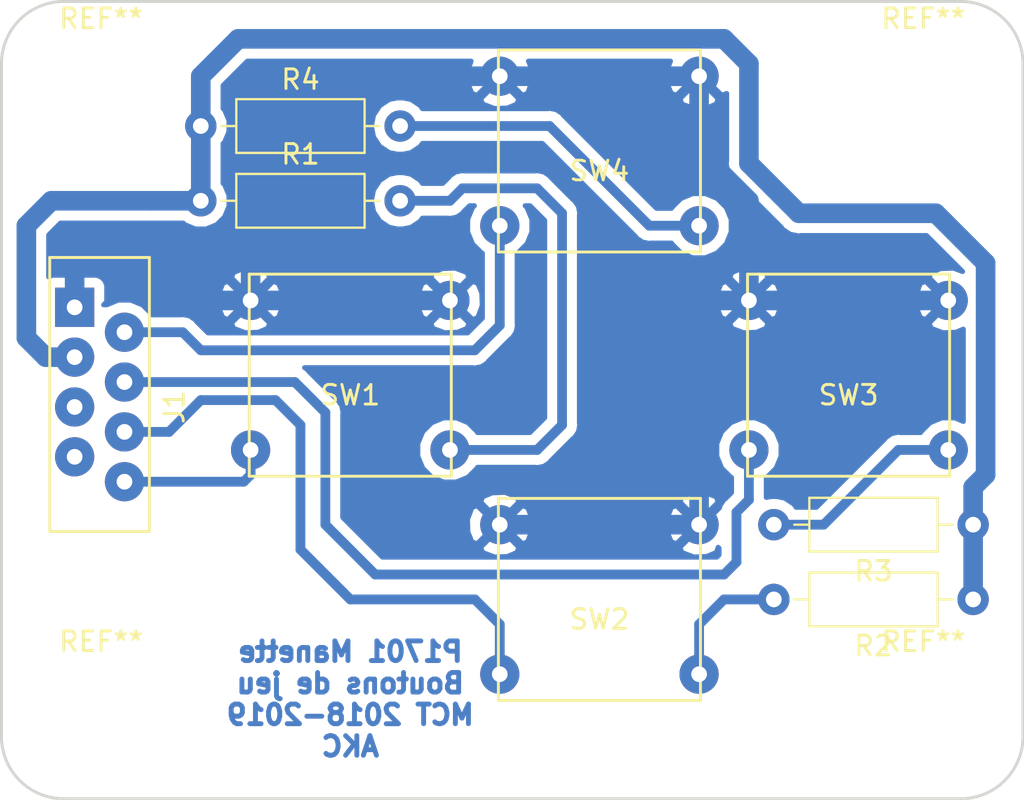
<source format=kicad_pcb>
(kicad_pcb (version 20171130) (host pcbnew "(5.0.0)")

  (general
    (thickness 1.6)
    (drawings 9)
    (tracks 80)
    (zones 0)
    (modules 13)
    (nets 13)
  )

  (page A4)
  (layers
    (0 F.Cu signal)
    (31 B.Cu signal)
    (32 B.Adhes user)
    (33 F.Adhes user)
    (34 B.Paste user)
    (35 F.Paste user)
    (36 B.SilkS user)
    (37 F.SilkS user)
    (38 B.Mask user)
    (39 F.Mask user)
    (40 Dwgs.User user)
    (41 Cmts.User user)
    (42 Eco1.User user)
    (43 Eco2.User user)
    (44 Edge.Cuts user)
    (45 Margin user)
    (46 B.CrtYd user hide)
    (47 F.CrtYd user)
    (48 B.Fab user hide)
    (49 F.Fab user hide)
  )

  (setup
    (last_trace_width 0.25)
    (trace_clearance 0.2)
    (zone_clearance 0.508)
    (zone_45_only no)
    (trace_min 0.2)
    (segment_width 0.2)
    (edge_width 0.15)
    (via_size 0.8)
    (via_drill 0.4)
    (via_min_size 0.4)
    (via_min_drill 0.3)
    (uvia_size 0.3)
    (uvia_drill 0.1)
    (uvias_allowed no)
    (uvia_min_size 0.2)
    (uvia_min_drill 0.1)
    (pcb_text_width 0.3)
    (pcb_text_size 1.5 1.5)
    (mod_edge_width 0.15)
    (mod_text_size 1 1)
    (mod_text_width 0.15)
    (pad_size 2.2 2.2)
    (pad_drill 0.9)
    (pad_to_mask_clearance 0.2)
    (aux_axis_origin 0 0)
    (visible_elements 7FFFFFFF)
    (pcbplotparams
      (layerselection 0x01000_ffffffff)
      (usegerberextensions false)
      (usegerberattributes false)
      (usegerberadvancedattributes false)
      (creategerberjobfile false)
      (excludeedgelayer true)
      (linewidth 0.100000)
      (plotframeref false)
      (viasonmask false)
      (mode 1)
      (useauxorigin false)
      (hpglpennumber 1)
      (hpglpenspeed 20)
      (hpglpendiameter 15.000000)
      (psnegative false)
      (psa4output false)
      (plotreference true)
      (plotvalue true)
      (plotinvisibletext false)
      (padsonsilk false)
      (subtractmaskfromsilk false)
      (outputformat 1)
      (mirror false)
      (drillshape 0)
      (scaleselection 1)
      (outputdirectory ""))
  )

  (net 0 "")
  (net 1 GND)
  (net 2 "Net-(R1-Pad2)")
  (net 3 "Net-(R2-Pad2)")
  (net 4 "Net-(R3-Pad2)")
  (net 5 "Net-(R4-Pad2)")
  (net 6 Vcc_LED)
  (net 7 "Net-(J1-Pad5)")
  (net 8 "Net-(J1-Pad7)")
  (net 9 Bouton_Haut)
  (net 10 Bouton_Droite)
  (net 11 Bouton_Bas)
  (net 12 Bouton_Gauche)

  (net_class Default "Ceci est la Netclass par défaut."
    (clearance 0.2)
    (trace_width 0.25)
    (via_dia 0.8)
    (via_drill 0.4)
    (uvia_dia 0.3)
    (uvia_drill 0.1)
    (add_net Bouton_Bas)
    (add_net Bouton_Droite)
    (add_net Bouton_Gauche)
    (add_net Bouton_Haut)
    (add_net GND)
    (add_net "Net-(J1-Pad5)")
    (add_net "Net-(J1-Pad7)")
    (add_net "Net-(R1-Pad2)")
    (add_net "Net-(R2-Pad2)")
    (add_net "Net-(R3-Pad2)")
    (add_net "Net-(R4-Pad2)")
    (add_net Vcc_LED)
  )

  (module MountingHole:MountingHole_3.2mm_M3 (layer F.Cu) (tedit 56D1B4CB) (tstamp 5CD8C9AB)
    (at 132.08 105.41)
    (descr "Mounting Hole 3.2mm, no annular, M3")
    (tags "mounting hole 3.2mm no annular m3")
    (attr virtual)
    (fp_text reference REF** (at 0 -4.2) (layer F.SilkS)
      (effects (font (size 1 1) (thickness 0.15)))
    )
    (fp_text value MountingHole_3.2mm_M3 (at 0 4.2) (layer F.Fab)
      (effects (font (size 1 1) (thickness 0.15)))
    )
    (fp_text user %R (at 0.3 0) (layer F.Fab)
      (effects (font (size 1 1) (thickness 0.15)))
    )
    (fp_circle (center 0 0) (end 3.2 0) (layer Cmts.User) (width 0.15))
    (fp_circle (center 0 0) (end 3.45 0) (layer F.CrtYd) (width 0.05))
    (pad 1 np_thru_hole circle (at 0 0) (size 3.2 3.2) (drill 3.2) (layers *.Cu *.Mask))
  )

  (module MountingHole:MountingHole_3.2mm_M3 (layer F.Cu) (tedit 56D1B4CB) (tstamp 5CD8C9AB)
    (at 173.99 105.41)
    (descr "Mounting Hole 3.2mm, no annular, M3")
    (tags "mounting hole 3.2mm no annular m3")
    (attr virtual)
    (fp_text reference REF** (at 0 -4.2) (layer F.SilkS)
      (effects (font (size 1 1) (thickness 0.15)))
    )
    (fp_text value MountingHole_3.2mm_M3 (at 0 4.2) (layer F.Fab)
      (effects (font (size 1 1) (thickness 0.15)))
    )
    (fp_text user %R (at 0.3 0) (layer F.Fab)
      (effects (font (size 1 1) (thickness 0.15)))
    )
    (fp_circle (center 0 0) (end 3.2 0) (layer Cmts.User) (width 0.15))
    (fp_circle (center 0 0) (end 3.45 0) (layer F.CrtYd) (width 0.05))
    (pad 1 np_thru_hole circle (at 0 0) (size 3.2 3.2) (drill 3.2) (layers *.Cu *.Mask))
  )

  (module MountingHole:MountingHole_3.2mm_M3 (layer F.Cu) (tedit 56D1B4CB) (tstamp 5CD8C9AB)
    (at 132.08 73.66)
    (descr "Mounting Hole 3.2mm, no annular, M3")
    (tags "mounting hole 3.2mm no annular m3")
    (attr virtual)
    (fp_text reference REF** (at 0 -4.2) (layer F.SilkS)
      (effects (font (size 1 1) (thickness 0.15)))
    )
    (fp_text value MountingHole_3.2mm_M3 (at 0 4.2) (layer F.Fab)
      (effects (font (size 1 1) (thickness 0.15)))
    )
    (fp_text user %R (at 0.3 0) (layer F.Fab)
      (effects (font (size 1 1) (thickness 0.15)))
    )
    (fp_circle (center 0 0) (end 3.2 0) (layer Cmts.User) (width 0.15))
    (fp_circle (center 0 0) (end 3.45 0) (layer F.CrtYd) (width 0.05))
    (pad 1 np_thru_hole circle (at 0 0) (size 3.2 3.2) (drill 3.2) (layers *.Cu *.Mask))
  )

  (module Resistor_THT:R_Axial_DIN0207_L6.3mm_D2.5mm_P10.16mm_Horizontal (layer F.Cu) (tedit 5AE5139B) (tstamp 5CCC0B52)
    (at 137.16 78.74)
    (descr "Resistor, Axial_DIN0207 series, Axial, Horizontal, pin pitch=10.16mm, 0.25W = 1/4W, length*diameter=6.3*2.5mm^2, http://cdn-reichelt.de/documents/datenblatt/B400/1_4W%23YAG.pdf")
    (tags "Resistor Axial_DIN0207 series Axial Horizontal pin pitch 10.16mm 0.25W = 1/4W length 6.3mm diameter 2.5mm")
    (path /5CC91A3A)
    (fp_text reference R1 (at 5.08 -2.37) (layer F.SilkS)
      (effects (font (size 1 1) (thickness 0.15)))
    )
    (fp_text value R (at 5.08 2.37) (layer F.Fab)
      (effects (font (size 1 1) (thickness 0.15)))
    )
    (fp_line (start 1.93 -1.25) (end 1.93 1.25) (layer F.Fab) (width 0.1))
    (fp_line (start 1.93 1.25) (end 8.23 1.25) (layer F.Fab) (width 0.1))
    (fp_line (start 8.23 1.25) (end 8.23 -1.25) (layer F.Fab) (width 0.1))
    (fp_line (start 8.23 -1.25) (end 1.93 -1.25) (layer F.Fab) (width 0.1))
    (fp_line (start 0 0) (end 1.93 0) (layer F.Fab) (width 0.1))
    (fp_line (start 10.16 0) (end 8.23 0) (layer F.Fab) (width 0.1))
    (fp_line (start 1.81 -1.37) (end 1.81 1.37) (layer F.SilkS) (width 0.12))
    (fp_line (start 1.81 1.37) (end 8.35 1.37) (layer F.SilkS) (width 0.12))
    (fp_line (start 8.35 1.37) (end 8.35 -1.37) (layer F.SilkS) (width 0.12))
    (fp_line (start 8.35 -1.37) (end 1.81 -1.37) (layer F.SilkS) (width 0.12))
    (fp_line (start 1.04 0) (end 1.81 0) (layer F.SilkS) (width 0.12))
    (fp_line (start 9.12 0) (end 8.35 0) (layer F.SilkS) (width 0.12))
    (fp_line (start -1.05 -1.5) (end -1.05 1.5) (layer F.CrtYd) (width 0.05))
    (fp_line (start -1.05 1.5) (end 11.21 1.5) (layer F.CrtYd) (width 0.05))
    (fp_line (start 11.21 1.5) (end 11.21 -1.5) (layer F.CrtYd) (width 0.05))
    (fp_line (start 11.21 -1.5) (end -1.05 -1.5) (layer F.CrtYd) (width 0.05))
    (fp_text user %R (at 5.08 0) (layer F.Fab)
      (effects (font (size 1 1) (thickness 0.15)))
    )
    (pad 1 thru_hole circle (at 0 0) (size 1.6 1.6) (drill 0.8) (layers *.Cu *.Mask)
      (net 6 Vcc_LED))
    (pad 2 thru_hole oval (at 10.16 0) (size 1.6 1.6) (drill 0.8) (layers *.Cu *.Mask)
      (net 2 "Net-(R1-Pad2)"))
    (model ${KISYS3DMOD}/Resistor_THT.3dshapes/R_Axial_DIN0207_L6.3mm_D2.5mm_P10.16mm_Horizontal.wrl
      (at (xyz 0 0 0))
      (scale (xyz 1 1 1))
      (rotate (xyz 0 0 0))
    )
  )

  (module Resistor_THT:R_Axial_DIN0207_L6.3mm_D2.5mm_P10.16mm_Horizontal (layer F.Cu) (tedit 5AE5139B) (tstamp 5CCC0B69)
    (at 176.53 99.06 180)
    (descr "Resistor, Axial_DIN0207 series, Axial, Horizontal, pin pitch=10.16mm, 0.25W = 1/4W, length*diameter=6.3*2.5mm^2, http://cdn-reichelt.de/documents/datenblatt/B400/1_4W%23YAG.pdf")
    (tags "Resistor Axial_DIN0207 series Axial Horizontal pin pitch 10.16mm 0.25W = 1/4W length 6.3mm diameter 2.5mm")
    (path /5CC91B1E)
    (fp_text reference R2 (at 5.08 -2.37 180) (layer F.SilkS)
      (effects (font (size 1 1) (thickness 0.15)))
    )
    (fp_text value R (at 5.08 2.37 180) (layer F.Fab)
      (effects (font (size 1 1) (thickness 0.15)))
    )
    (fp_text user %R (at 5.274999 0.504999 180) (layer F.Fab)
      (effects (font (size 1 1) (thickness 0.15)))
    )
    (fp_line (start 11.21 -1.5) (end -1.05 -1.5) (layer F.CrtYd) (width 0.05))
    (fp_line (start 11.21 1.5) (end 11.21 -1.5) (layer F.CrtYd) (width 0.05))
    (fp_line (start -1.05 1.5) (end 11.21 1.5) (layer F.CrtYd) (width 0.05))
    (fp_line (start -1.05 -1.5) (end -1.05 1.5) (layer F.CrtYd) (width 0.05))
    (fp_line (start 9.12 0) (end 8.35 0) (layer F.SilkS) (width 0.12))
    (fp_line (start 1.04 0) (end 1.81 0) (layer F.SilkS) (width 0.12))
    (fp_line (start 8.35 -1.37) (end 1.81 -1.37) (layer F.SilkS) (width 0.12))
    (fp_line (start 8.35 1.37) (end 8.35 -1.37) (layer F.SilkS) (width 0.12))
    (fp_line (start 1.81 1.37) (end 8.35 1.37) (layer F.SilkS) (width 0.12))
    (fp_line (start 1.81 -1.37) (end 1.81 1.37) (layer F.SilkS) (width 0.12))
    (fp_line (start 10.16 0) (end 8.23 0) (layer F.Fab) (width 0.1))
    (fp_line (start 0 0) (end 1.93 0) (layer F.Fab) (width 0.1))
    (fp_line (start 8.23 -1.25) (end 1.93 -1.25) (layer F.Fab) (width 0.1))
    (fp_line (start 8.23 1.25) (end 8.23 -1.25) (layer F.Fab) (width 0.1))
    (fp_line (start 1.93 1.25) (end 8.23 1.25) (layer F.Fab) (width 0.1))
    (fp_line (start 1.93 -1.25) (end 1.93 1.25) (layer F.Fab) (width 0.1))
    (pad 2 thru_hole oval (at 10.16 0 180) (size 1.6 1.6) (drill 0.8) (layers *.Cu *.Mask)
      (net 3 "Net-(R2-Pad2)"))
    (pad 1 thru_hole circle (at 0 0 180) (size 1.6 1.6) (drill 0.8) (layers *.Cu *.Mask)
      (net 6 Vcc_LED))
    (model ${KISYS3DMOD}/Resistor_THT.3dshapes/R_Axial_DIN0207_L6.3mm_D2.5mm_P10.16mm_Horizontal.wrl
      (at (xyz 0 0 0))
      (scale (xyz 1 1 1))
      (rotate (xyz 0 0 0))
    )
  )

  (module Resistor_THT:R_Axial_DIN0207_L6.3mm_D2.5mm_P10.16mm_Horizontal (layer F.Cu) (tedit 5AE5139B) (tstamp 5CCC0B80)
    (at 176.53 95.25 180)
    (descr "Resistor, Axial_DIN0207 series, Axial, Horizontal, pin pitch=10.16mm, 0.25W = 1/4W, length*diameter=6.3*2.5mm^2, http://cdn-reichelt.de/documents/datenblatt/B400/1_4W%23YAG.pdf")
    (tags "Resistor Axial_DIN0207 series Axial Horizontal pin pitch 10.16mm 0.25W = 1/4W length 6.3mm diameter 2.5mm")
    (path /5CC91BD0)
    (fp_text reference R3 (at 5.08 -2.37 180) (layer F.SilkS)
      (effects (font (size 1 1) (thickness 0.15)))
    )
    (fp_text value R (at 5.08 2.37 180) (layer F.Fab)
      (effects (font (size 1 1) (thickness 0.15)))
    )
    (fp_line (start 1.93 -1.25) (end 1.93 1.25) (layer F.Fab) (width 0.1))
    (fp_line (start 1.93 1.25) (end 8.23 1.25) (layer F.Fab) (width 0.1))
    (fp_line (start 8.23 1.25) (end 8.23 -1.25) (layer F.Fab) (width 0.1))
    (fp_line (start 8.23 -1.25) (end 1.93 -1.25) (layer F.Fab) (width 0.1))
    (fp_line (start 0 0) (end 1.93 0) (layer F.Fab) (width 0.1))
    (fp_line (start 10.16 0) (end 8.23 0) (layer F.Fab) (width 0.1))
    (fp_line (start 1.81 -1.37) (end 1.81 1.37) (layer F.SilkS) (width 0.12))
    (fp_line (start 1.81 1.37) (end 8.35 1.37) (layer F.SilkS) (width 0.12))
    (fp_line (start 8.35 1.37) (end 8.35 -1.37) (layer F.SilkS) (width 0.12))
    (fp_line (start 8.35 -1.37) (end 1.81 -1.37) (layer F.SilkS) (width 0.12))
    (fp_line (start 1.04 0) (end 1.81 0) (layer F.SilkS) (width 0.12))
    (fp_line (start 9.12 0) (end 8.35 0) (layer F.SilkS) (width 0.12))
    (fp_line (start -1.05 -1.5) (end -1.05 1.5) (layer F.CrtYd) (width 0.05))
    (fp_line (start -1.05 1.5) (end 11.21 1.5) (layer F.CrtYd) (width 0.05))
    (fp_line (start 11.21 1.5) (end 11.21 -1.5) (layer F.CrtYd) (width 0.05))
    (fp_line (start 11.21 -1.5) (end -1.05 -1.5) (layer F.CrtYd) (width 0.05))
    (fp_text user %R (at 5.08 0 180) (layer F.Fab)
      (effects (font (size 1 1) (thickness 0.15)))
    )
    (pad 1 thru_hole circle (at 0 0 180) (size 1.6 1.6) (drill 0.8) (layers *.Cu *.Mask)
      (net 6 Vcc_LED))
    (pad 2 thru_hole oval (at 10.16 0 180) (size 1.6 1.6) (drill 0.8) (layers *.Cu *.Mask)
      (net 4 "Net-(R3-Pad2)"))
    (model ${KISYS3DMOD}/Resistor_THT.3dshapes/R_Axial_DIN0207_L6.3mm_D2.5mm_P10.16mm_Horizontal.wrl
      (at (xyz 0 0 0))
      (scale (xyz 1 1 1))
      (rotate (xyz 0 0 0))
    )
  )

  (module Resistor_THT:R_Axial_DIN0207_L6.3mm_D2.5mm_P10.16mm_Horizontal (layer F.Cu) (tedit 5AE5139B) (tstamp 5CCC0B97)
    (at 137.16 74.93)
    (descr "Resistor, Axial_DIN0207 series, Axial, Horizontal, pin pitch=10.16mm, 0.25W = 1/4W, length*diameter=6.3*2.5mm^2, http://cdn-reichelt.de/documents/datenblatt/B400/1_4W%23YAG.pdf")
    (tags "Resistor Axial_DIN0207 series Axial Horizontal pin pitch 10.16mm 0.25W = 1/4W length 6.3mm diameter 2.5mm")
    (path /5CC91C85)
    (fp_text reference R4 (at 5.08 -2.37) (layer F.SilkS)
      (effects (font (size 1 1) (thickness 0.15)))
    )
    (fp_text value R (at 5.08 2.37) (layer F.Fab)
      (effects (font (size 1 1) (thickness 0.15)))
    )
    (fp_text user %R (at 5.08 0) (layer F.Fab)
      (effects (font (size 1 1) (thickness 0.15)))
    )
    (fp_line (start 11.21 -1.5) (end -1.05 -1.5) (layer F.CrtYd) (width 0.05))
    (fp_line (start 11.21 1.5) (end 11.21 -1.5) (layer F.CrtYd) (width 0.05))
    (fp_line (start -1.05 1.5) (end 11.21 1.5) (layer F.CrtYd) (width 0.05))
    (fp_line (start -1.05 -1.5) (end -1.05 1.5) (layer F.CrtYd) (width 0.05))
    (fp_line (start 9.12 0) (end 8.35 0) (layer F.SilkS) (width 0.12))
    (fp_line (start 1.04 0) (end 1.81 0) (layer F.SilkS) (width 0.12))
    (fp_line (start 8.35 -1.37) (end 1.81 -1.37) (layer F.SilkS) (width 0.12))
    (fp_line (start 8.35 1.37) (end 8.35 -1.37) (layer F.SilkS) (width 0.12))
    (fp_line (start 1.81 1.37) (end 8.35 1.37) (layer F.SilkS) (width 0.12))
    (fp_line (start 1.81 -1.37) (end 1.81 1.37) (layer F.SilkS) (width 0.12))
    (fp_line (start 10.16 0) (end 8.23 0) (layer F.Fab) (width 0.1))
    (fp_line (start 0 0) (end 1.93 0) (layer F.Fab) (width 0.1))
    (fp_line (start 8.23 -1.25) (end 1.93 -1.25) (layer F.Fab) (width 0.1))
    (fp_line (start 8.23 1.25) (end 8.23 -1.25) (layer F.Fab) (width 0.1))
    (fp_line (start 1.93 1.25) (end 8.23 1.25) (layer F.Fab) (width 0.1))
    (fp_line (start 1.93 -1.25) (end 1.93 1.25) (layer F.Fab) (width 0.1))
    (pad 2 thru_hole oval (at 10.16 0) (size 1.6 1.6) (drill 0.8) (layers *.Cu *.Mask)
      (net 5 "Net-(R4-Pad2)"))
    (pad 1 thru_hole circle (at 0 0) (size 1.6 1.6) (drill 0.8) (layers *.Cu *.Mask)
      (net 6 Vcc_LED))
    (model ${KISYS3DMOD}/Resistor_THT.3dshapes/R_Axial_DIN0207_L6.3mm_D2.5mm_P10.16mm_Horizontal.wrl
      (at (xyz 0 0 0))
      (scale (xyz 1 1 1))
      (rotate (xyz 0 0 0))
    )
  )

  (module Button_Switch_THT:Bouton_MEC (layer F.Cu) (tedit 5CC6DCB1) (tstamp 5CCC0BA3)
    (at 144.78 87.63)
    (path /5CC90DC1)
    (fp_text reference SW1 (at 0 1.016) (layer F.SilkS)
      (effects (font (size 1 1) (thickness 0.15)))
    )
    (fp_text value Bouton_1 (at 0 -0.508) (layer F.Fab)
      (effects (font (size 1 1) (thickness 0.15)))
    )
    (fp_line (start -5.15 5.15) (end 5.15 5.15) (layer F.SilkS) (width 0.15))
    (fp_line (start 5.15 -5.15) (end -5.15 -5.15) (layer F.SilkS) (width 0.15))
    (fp_line (start 5.15 5.15) (end 5.15 -5.15) (layer F.SilkS) (width 0.15))
    (fp_line (start -5.15 -5.15) (end -5.15 5.15) (layer F.SilkS) (width 0.15))
    (pad 1 thru_hole circle (at 5.08 -3.81) (size 2 2) (drill 0.8) (layers *.Cu *.Mask)
      (net 1 GND))
    (pad 2 thru_hole circle (at -5.08 -3.81) (size 2 2) (drill 0.8) (layers *.Cu *.Mask)
      (net 1 GND))
    (pad 3 thru_hole circle (at 5.08 3.81) (size 2 2) (drill 0.8) (layers *.Cu *.Mask)
      (net 2 "Net-(R1-Pad2)"))
    (pad 4 thru_hole circle (at -5.08 3.81) (size 2 2) (drill 0.8) (layers *.Cu *.Mask)
      (net 12 Bouton_Gauche))
  )

  (module Button_Switch_THT:Bouton_MEC (layer F.Cu) (tedit 5CC6DCB1) (tstamp 5CCC0BAF)
    (at 157.48 99.06)
    (path /5CC90E5A)
    (fp_text reference SW2 (at 0 1.016) (layer F.SilkS)
      (effects (font (size 1 1) (thickness 0.15)))
    )
    (fp_text value Bouton_2 (at 0 -0.508) (layer F.Fab)
      (effects (font (size 1 1) (thickness 0.15)))
    )
    (fp_line (start -5.15 5.15) (end 5.15 5.15) (layer F.SilkS) (width 0.15))
    (fp_line (start 5.15 -5.15) (end -5.15 -5.15) (layer F.SilkS) (width 0.15))
    (fp_line (start 5.15 5.15) (end 5.15 -5.15) (layer F.SilkS) (width 0.15))
    (fp_line (start -5.15 -5.15) (end -5.15 5.15) (layer F.SilkS) (width 0.15))
    (pad 1 thru_hole circle (at 5.08 -3.81) (size 2 2) (drill 0.8) (layers *.Cu *.Mask)
      (net 1 GND))
    (pad 2 thru_hole circle (at -5.08 -3.81) (size 2 2) (drill 0.8) (layers *.Cu *.Mask)
      (net 1 GND))
    (pad 3 thru_hole circle (at 5.08 3.81) (size 2 2) (drill 0.8) (layers *.Cu *.Mask)
      (net 3 "Net-(R2-Pad2)"))
    (pad 4 thru_hole circle (at -5.08 3.81) (size 2 2) (drill 0.8) (layers *.Cu *.Mask)
      (net 11 Bouton_Bas))
  )

  (module Button_Switch_THT:Bouton_MEC (layer F.Cu) (tedit 5CC6DCB1) (tstamp 5CCC0BBB)
    (at 170.18 87.63)
    (path /5CC90E81)
    (fp_text reference SW3 (at 0 1.016) (layer F.SilkS)
      (effects (font (size 1 1) (thickness 0.15)))
    )
    (fp_text value Bouton_3 (at 0 -0.508) (layer F.Fab)
      (effects (font (size 1 1) (thickness 0.15)))
    )
    (fp_line (start -5.15 5.15) (end 5.15 5.15) (layer F.SilkS) (width 0.15))
    (fp_line (start 5.15 -5.15) (end -5.15 -5.15) (layer F.SilkS) (width 0.15))
    (fp_line (start 5.15 5.15) (end 5.15 -5.15) (layer F.SilkS) (width 0.15))
    (fp_line (start -5.15 -5.15) (end -5.15 5.15) (layer F.SilkS) (width 0.15))
    (pad 1 thru_hole circle (at 5.08 -3.81) (size 2 2) (drill 0.8) (layers *.Cu *.Mask)
      (net 1 GND))
    (pad 2 thru_hole circle (at -5.08 -3.81) (size 2 2) (drill 0.8) (layers *.Cu *.Mask)
      (net 1 GND))
    (pad 3 thru_hole circle (at 5.08 3.81) (size 2 2) (drill 0.8) (layers *.Cu *.Mask)
      (net 4 "Net-(R3-Pad2)"))
    (pad 4 thru_hole circle (at -5.08 3.81) (size 2 2) (drill 0.8) (layers *.Cu *.Mask)
      (net 10 Bouton_Droite))
  )

  (module Button_Switch_THT:Bouton_MEC (layer F.Cu) (tedit 5CC6DCB1) (tstamp 5CCC0BC7)
    (at 157.48 76.2)
    (path /5CC90EA9)
    (fp_text reference SW4 (at 0 1.016) (layer F.SilkS)
      (effects (font (size 1 1) (thickness 0.15)))
    )
    (fp_text value Bouton_4 (at 0 -0.508) (layer F.Fab)
      (effects (font (size 1 1) (thickness 0.15)))
    )
    (fp_line (start -5.15 5.15) (end 5.15 5.15) (layer F.SilkS) (width 0.15))
    (fp_line (start 5.15 -5.15) (end -5.15 -5.15) (layer F.SilkS) (width 0.15))
    (fp_line (start 5.15 5.15) (end 5.15 -5.15) (layer F.SilkS) (width 0.15))
    (fp_line (start -5.15 -5.15) (end -5.15 5.15) (layer F.SilkS) (width 0.15))
    (pad 1 thru_hole circle (at 5.08 -3.81) (size 2 2) (drill 0.8) (layers *.Cu *.Mask)
      (net 1 GND))
    (pad 2 thru_hole circle (at -5.08 -3.81) (size 2 2) (drill 0.8) (layers *.Cu *.Mask)
      (net 1 GND))
    (pad 3 thru_hole circle (at 5.08 3.81) (size 2 2) (drill 0.8) (layers *.Cu *.Mask)
      (net 5 "Net-(R4-Pad2)"))
    (pad 4 thru_hole circle (at -5.08 3.81) (size 2 2) (drill 0.8) (layers *.Cu *.Mask)
      (net 9 Bouton_Haut))
  )

  (module MountingHole:MountingHole_3.2mm_M3 (layer F.Cu) (tedit 56D1B4CB) (tstamp 5CD8C993)
    (at 173.99 73.66)
    (descr "Mounting Hole 3.2mm, no annular, M3")
    (tags "mounting hole 3.2mm no annular m3")
    (attr virtual)
    (fp_text reference REF** (at 0 -4.2) (layer F.SilkS)
      (effects (font (size 1 1) (thickness 0.15)))
    )
    (fp_text value MountingHole_3.2mm_M3 (at 0 4.2) (layer F.Fab)
      (effects (font (size 1 1) (thickness 0.15)))
    )
    (fp_circle (center 0 0) (end 3.45 0) (layer F.CrtYd) (width 0.05))
    (fp_circle (center 0 0) (end 3.2 0) (layer Cmts.User) (width 0.15))
    (fp_text user %R (at 0.3 0) (layer F.Fab)
      (effects (font (size 1 1) (thickness 0.15)))
    )
    (pad 1 np_thru_hole circle (at 0 0) (size 3.2 3.2) (drill 3.2) (layers *.Cu *.Mask))
  )

  (module manette_2019:Conn_8 (layer F.Cu) (tedit 5CCFE5A6) (tstamp 5CD04149)
    (at 132 89.25 270)
    (path /5CC930DA)
    (fp_text reference J1 (at 0 -3.81 270) (layer F.SilkS)
      (effects (font (size 1 1) (thickness 0.15)))
    )
    (fp_text value Conn_bouton (at 0 -5.08 270) (layer F.Fab)
      (effects (font (size 1 1) (thickness 0.15)))
    )
    (fp_line (start -7.62 -2.54) (end -7.62 2.54) (layer F.SilkS) (width 0.15))
    (fp_line (start -7.62 2.54) (end 6.35 2.54) (layer F.SilkS) (width 0.15))
    (fp_line (start 6.35 2.54) (end 6.35 -2.54) (layer F.SilkS) (width 0.15))
    (fp_line (start 6.35 -2.54) (end -7.62 -2.54) (layer F.SilkS) (width 0.15))
    (pad 1 thru_hole rect (at -5.08 1.27 270) (size 2 2) (drill 0.8) (layers *.Cu *.Mask)
      (net 1 GND))
    (pad 2 thru_hole circle (at -3.81 -1.27 270) (size 2 2) (drill 0.8) (layers *.Cu *.Mask)
      (net 9 Bouton_Haut))
    (pad 3 thru_hole circle (at -2.54 1.27 270) (size 2 2) (drill 0.8) (layers *.Cu *.Mask)
      (net 6 Vcc_LED))
    (pad 4 thru_hole circle (at -1.27 -1.27 270) (size 2 2) (drill 0.8) (layers *.Cu *.Mask)
      (net 10 Bouton_Droite))
    (pad 5 thru_hole circle (at 0 1.27 270) (size 2 2) (drill 0.8) (layers *.Cu *.Mask)
      (net 7 "Net-(J1-Pad5)"))
    (pad 6 thru_hole circle (at 1.27 -1.27 270) (size 2 2) (drill 0.8) (layers *.Cu *.Mask)
      (net 11 Bouton_Bas))
    (pad 7 thru_hole circle (at 2.54 1.27 270) (size 2 2) (drill 0.8) (layers *.Cu *.Mask)
      (net 8 "Net-(J1-Pad7)"))
    (pad 8 thru_hole circle (at 3.81 -1.27 270) (size 2 2) (drill 0.8) (layers *.Cu *.Mask)
      (net 12 Bouton_Gauche))
    (pad "" np_thru_hole circle (at 5.21 0.53 270) (size 1.5 1.5) (drill 1.5) (layers *.Cu *.Mask))
  )

  (gr_arc (start 130.175 106.045) (end 127 106.045) (angle -90) (layer Edge.Cuts) (width 0.15))
  (gr_arc (start 175.895 106.045) (end 175.895 109.22) (angle -90) (layer Edge.Cuts) (width 0.15))
  (gr_arc (start 130.175 71.755) (end 130.175 68.58) (angle -90) (layer Edge.Cuts) (width 0.15))
  (gr_arc (start 175.895 71.755) (end 179.07 71.755) (angle -90) (layer Edge.Cuts) (width 0.15))
  (gr_text "P1701 Manette\nBoutons de jeu\nMCT 2018-2019\nAKC\n" (at 144.78 104.14) (layer B.Cu)
    (effects (font (size 1 1) (thickness 0.25)) (justify mirror))
  )
  (gr_line (start 127 71.755) (end 127 106.045) (layer Edge.Cuts) (width 0.15))
  (gr_line (start 175.895 68.58) (end 130.175 68.58) (layer Edge.Cuts) (width 0.15))
  (gr_line (start 179.07 106.045) (end 179.07 71.755) (layer Edge.Cuts) (width 0.15))
  (gr_line (start 130.175 109.22) (end 175.895 109.22) (layer Edge.Cuts) (width 0.15))

  (segment (start 152.4 72.39) (end 162.56 72.39) (width 1) (layer B.Cu) (net 1))
  (segment (start 152.4 95.25) (end 162.56 95.25) (width 1) (layer B.Cu) (net 1))
  (segment (start 139.7 83.82) (end 149.86 83.82) (width 1) (layer B.Cu) (net 1))
  (segment (start 165.1 83.82) (end 175.26 83.82) (width 1) (layer B.Cu) (net 1))
  (segment (start 162.56 95.25) (end 162.56 84.455) (width 1) (layer B.Cu) (net 1))
  (segment (start 163.195 83.82) (end 165.1 83.82) (width 1) (layer B.Cu) (net 1))
  (segment (start 162.56 84.455) (end 163.195 83.82) (width 1) (layer B.Cu) (net 1))
  (segment (start 152.4 72.39) (end 145.415 72.39) (width 1) (layer B.Cu) (net 1))
  (segment (start 139.7 78.105) (end 139.7 83.82) (width 1) (layer B.Cu) (net 1))
  (segment (start 145.415 72.39) (end 139.7 78.105) (width 1) (layer B.Cu) (net 1))
  (segment (start 130.73 84.17) (end 130.73 81.995) (width 1) (layer B.Cu) (net 1))
  (segment (start 130.73 81.995) (end 131.445 81.28) (width 1) (layer B.Cu) (net 1))
  (segment (start 131.445 81.28) (end 133.985 81.28) (width 1) (layer B.Cu) (net 1))
  (segment (start 133.985 81.28) (end 136.525 83.82) (width 1) (layer B.Cu) (net 1))
  (segment (start 136.525 83.82) (end 139.7 83.82) (width 1) (layer B.Cu) (net 1))
  (segment (start 162.56 74.93) (end 162.56 72.39) (width 1) (layer B.Cu) (net 1))
  (segment (start 162.56 76.2) (end 162.56 74.93) (width 1) (layer B.Cu) (net 1))
  (segment (start 165.1 83.82) (end 165.1 78.74) (width 1) (layer B.Cu) (net 1))
  (segment (start 165.1 78.74) (end 162.56 76.2) (width 1) (layer B.Cu) (net 1))
  (segment (start 149.86 91.44) (end 154.305 91.44) (width 0.5) (layer B.Cu) (net 2))
  (segment (start 149.86 78.74) (end 147.32 78.74) (width 0.5) (layer B.Cu) (net 2))
  (segment (start 155.575 90.17) (end 155.575 79.375) (width 0.5) (layer B.Cu) (net 2))
  (segment (start 154.305 91.44) (end 155.575 90.17) (width 0.5) (layer B.Cu) (net 2))
  (segment (start 155.575 79.375) (end 154.305 78.105) (width 0.5) (layer B.Cu) (net 2))
  (segment (start 154.305 78.105) (end 150.495 78.105) (width 0.5) (layer B.Cu) (net 2))
  (segment (start 150.495 78.105) (end 149.86 78.74) (width 0.5) (layer B.Cu) (net 2))
  (segment (start 166.37 99.06) (end 163.83 99.06) (width 0.5) (layer B.Cu) (net 3))
  (segment (start 162.56 100.33) (end 162.56 102.87) (width 0.5) (layer B.Cu) (net 3))
  (segment (start 163.83 99.06) (end 162.56 100.33) (width 0.5) (layer B.Cu) (net 3))
  (segment (start 166.37 95.25) (end 168.91 95.25) (width 0.5) (layer B.Cu) (net 4))
  (segment (start 172.72 91.44) (end 175.26 91.44) (width 0.5) (layer B.Cu) (net 4))
  (segment (start 168.91 95.25) (end 172.72 91.44) (width 0.5) (layer B.Cu) (net 4))
  (segment (start 154.94 74.93) (end 147.32 74.93) (width 0.5) (layer B.Cu) (net 5))
  (segment (start 160.02 80.01) (end 154.94 74.93) (width 0.5) (layer B.Cu) (net 5))
  (segment (start 162.56 80.01) (end 160.02 80.01) (width 0.5) (layer B.Cu) (net 5))
  (segment (start 137.16 78.74) (end 137.16 74.93) (width 1) (layer B.Cu) (net 6))
  (segment (start 176.53 99.06) (end 176.53 95.25) (width 1) (layer B.Cu) (net 6))
  (segment (start 139.065 70.485) (end 137.16 72.39) (width 1) (layer B.Cu) (net 6))
  (segment (start 165.1 76.835) (end 165.1 71.755) (width 1) (layer B.Cu) (net 6))
  (segment (start 176.53 93.345) (end 177.165 92.71) (width 1) (layer B.Cu) (net 6))
  (segment (start 176.53 95.25) (end 176.53 93.345) (width 1) (layer B.Cu) (net 6))
  (segment (start 163.83 70.485) (end 139.065 70.485) (width 1) (layer B.Cu) (net 6))
  (segment (start 165.1 71.755) (end 163.83 70.485) (width 1) (layer B.Cu) (net 6))
  (segment (start 177.165 92.71) (end 177.165 81.915) (width 1) (layer B.Cu) (net 6))
  (segment (start 177.165 81.915) (end 174.625 79.375) (width 1) (layer B.Cu) (net 6))
  (segment (start 174.625 79.375) (end 167.64 79.375) (width 1) (layer B.Cu) (net 6))
  (segment (start 137.16 72.39) (end 137.16 74.93) (width 1) (layer B.Cu) (net 6))
  (segment (start 167.64 79.375) (end 165.1 76.835) (width 1) (layer B.Cu) (net 6))
  (segment (start 134.62 78.74) (end 137.16 78.74) (width 1) (layer B.Cu) (net 6))
  (segment (start 129.54 78.74) (end 134.62 78.74) (width 1) (layer B.Cu) (net 6))
  (segment (start 128.27 80.01) (end 129.54 78.74) (width 1) (layer B.Cu) (net 6))
  (segment (start 128.27 85.725) (end 128.27 80.01) (width 1) (layer B.Cu) (net 6))
  (segment (start 130.73 86.71) (end 129.255 86.71) (width 1) (layer B.Cu) (net 6))
  (segment (start 129.255 86.71) (end 128.27 85.725) (width 1) (layer B.Cu) (net 6))
  (segment (start 133.27 85.44) (end 136.24 85.44) (width 0.5) (layer B.Cu) (net 9))
  (segment (start 136.24 85.44) (end 137.16 86.36) (width 0.5) (layer B.Cu) (net 9))
  (segment (start 137.16 86.36) (end 151.13 86.36) (width 0.5) (layer B.Cu) (net 9))
  (segment (start 152.4 85.09) (end 152.4 80.01) (width 0.5) (layer B.Cu) (net 9))
  (segment (start 151.13 86.36) (end 152.4 85.09) (width 0.5) (layer B.Cu) (net 9))
  (segment (start 165.1 91.44) (end 165.1 93.98) (width 0.5) (layer B.Cu) (net 10))
  (segment (start 165.1 93.98) (end 164.465 94.615) (width 0.5) (layer B.Cu) (net 10))
  (segment (start 164.465 94.615) (end 164.465 97.155) (width 0.5) (layer B.Cu) (net 10))
  (segment (start 164.465 97.155) (end 163.83 97.79) (width 0.5) (layer B.Cu) (net 10))
  (segment (start 163.83 97.79) (end 146.05 97.79) (width 0.5) (layer B.Cu) (net 10))
  (segment (start 146.05 97.79) (end 143.51 95.25) (width 0.5) (layer B.Cu) (net 10))
  (segment (start 143.51 95.25) (end 143.51 89.535) (width 0.5) (layer B.Cu) (net 10))
  (segment (start 141.955 87.98) (end 133.27 87.98) (width 0.5) (layer B.Cu) (net 10))
  (segment (start 143.51 89.535) (end 141.955 87.98) (width 0.5) (layer B.Cu) (net 10))
  (segment (start 135.54 90.52) (end 133.27 90.52) (width 0.5) (layer B.Cu) (net 11))
  (segment (start 137.16 88.9) (end 135.54 90.52) (width 0.5) (layer B.Cu) (net 11))
  (segment (start 140.97 88.9) (end 137.16 88.9) (width 0.5) (layer B.Cu) (net 11))
  (segment (start 152.4 100.33) (end 151.13 99.06) (width 0.5) (layer B.Cu) (net 11))
  (segment (start 152.4 102.87) (end 152.4 100.33) (width 0.5) (layer B.Cu) (net 11))
  (segment (start 151.13 99.06) (end 144.78 99.06) (width 0.5) (layer B.Cu) (net 11))
  (segment (start 144.78 99.06) (end 142.24 96.52) (width 0.5) (layer B.Cu) (net 11))
  (segment (start 142.24 96.52) (end 142.24 90.17) (width 0.5) (layer B.Cu) (net 11))
  (segment (start 142.24 90.17) (end 140.97 88.9) (width 0.5) (layer B.Cu) (net 11))
  (segment (start 139.7 91.44) (end 139.7 92.71) (width 0.5) (layer B.Cu) (net 12))
  (segment (start 139.35 93.06) (end 133.27 93.06) (width 0.5) (layer B.Cu) (net 12))
  (segment (start 139.7 92.71) (end 139.35 93.06) (width 0.5) (layer B.Cu) (net 12))

  (zone (net 1) (net_name GND) (layer B.Cu) (tstamp 5CDACB6C) (hatch edge 0.508)
    (connect_pads (clearance 0.508))
    (min_thickness 0.254)
    (fill yes (arc_segments 16) (thermal_gap 0.508) (thermal_bridge_width 0.508))
    (polygon
      (pts
        (xy 128.27 69.215) (xy 128.27 97.79) (xy 177.165 97.79) (xy 177.165 69.215)
      )
    )
    (filled_polygon
      (pts
        (xy 150.754092 72.125461) (xy 150.778144 72.77546) (xy 150.980613 73.264264) (xy 151.247468 73.362927) (xy 152.220395 72.39)
        (xy 152.206253 72.375858) (xy 152.385858 72.196253) (xy 152.4 72.210395) (xy 152.414143 72.196253) (xy 152.593748 72.375858)
        (xy 152.579605 72.39) (xy 153.552532 73.362927) (xy 153.819387 73.264264) (xy 154.045908 72.654539) (xy 154.021856 72.00454)
        (xy 153.862575 71.62) (xy 161.101878 71.62) (xy 160.914092 72.125461) (xy 160.938144 72.77546) (xy 161.140613 73.264264)
        (xy 161.407468 73.362927) (xy 162.380395 72.39) (xy 162.366253 72.375858) (xy 162.545858 72.196253) (xy 162.56 72.210395)
        (xy 162.574143 72.196253) (xy 162.753748 72.375858) (xy 162.739605 72.39) (xy 163.712532 73.362927) (xy 163.965001 73.269583)
        (xy 163.965 76.723217) (xy 163.942765 76.835) (xy 163.965 76.946782) (xy 164.030854 77.277854) (xy 164.281711 77.653289)
        (xy 164.376482 77.716613) (xy 166.758389 80.098521) (xy 166.821711 80.193289) (xy 167.197145 80.444146) (xy 167.528217 80.51)
        (xy 167.639999 80.532235) (xy 167.751781 80.51) (xy 174.154869 80.51) (xy 175.993 82.348131) (xy 175.524539 82.174092)
        (xy 174.87454 82.198144) (xy 174.385736 82.400613) (xy 174.287073 82.667468) (xy 175.26 83.640395) (xy 175.274143 83.626253)
        (xy 175.453748 83.805858) (xy 175.439605 83.82) (xy 175.453748 83.834143) (xy 175.274143 84.013748) (xy 175.26 83.999605)
        (xy 174.287073 84.972532) (xy 174.385736 85.239387) (xy 174.995461 85.465908) (xy 175.64546 85.441856) (xy 176.030001 85.282574)
        (xy 176.03 89.989233) (xy 175.585222 89.805) (xy 174.934778 89.805) (xy 174.333847 90.053914) (xy 173.873914 90.513847)
        (xy 173.856868 90.555) (xy 172.807161 90.555) (xy 172.72 90.537663) (xy 172.632839 90.555) (xy 172.632835 90.555)
        (xy 172.37469 90.606348) (xy 172.155845 90.752576) (xy 172.155844 90.752577) (xy 172.081951 90.801951) (xy 172.032577 90.875844)
        (xy 168.543422 94.365) (xy 167.504521 94.365) (xy 167.404577 94.215423) (xy 166.929909 93.89826) (xy 166.511333 93.815)
        (xy 166.228667 93.815) (xy 165.985 93.863468) (xy 165.985 92.843132) (xy 166.026153 92.826086) (xy 166.486086 92.366153)
        (xy 166.735 91.765222) (xy 166.735 91.114778) (xy 166.486086 90.513847) (xy 166.026153 90.053914) (xy 165.425222 89.805)
        (xy 164.774778 89.805) (xy 164.173847 90.053914) (xy 163.713914 90.513847) (xy 163.465 91.114778) (xy 163.465 91.765222)
        (xy 163.713914 92.366153) (xy 164.173847 92.826086) (xy 164.215001 92.843132) (xy 164.215001 93.613421) (xy 163.900846 93.927575)
        (xy 163.826951 93.976951) (xy 163.631348 94.269691) (xy 163.609357 94.380248) (xy 162.739605 95.25) (xy 162.753748 95.264143)
        (xy 162.574143 95.443748) (xy 162.56 95.429605) (xy 161.587073 96.402532) (xy 161.685736 96.669387) (xy 162.295461 96.895908)
        (xy 162.94546 96.871856) (xy 163.434264 96.669387) (xy 163.532926 96.402534) (xy 163.580001 96.449609) (xy 163.580001 96.788421)
        (xy 163.463422 96.905) (xy 146.416579 96.905) (xy 145.914111 96.402532) (xy 151.427073 96.402532) (xy 151.525736 96.669387)
        (xy 152.135461 96.895908) (xy 152.78546 96.871856) (xy 153.274264 96.669387) (xy 153.372927 96.402532) (xy 152.4 95.429605)
        (xy 151.427073 96.402532) (xy 145.914111 96.402532) (xy 144.49704 94.985461) (xy 150.754092 94.985461) (xy 150.778144 95.63546)
        (xy 150.980613 96.124264) (xy 151.247468 96.222927) (xy 152.220395 95.25) (xy 152.579605 95.25) (xy 153.552532 96.222927)
        (xy 153.819387 96.124264) (xy 154.045908 95.514539) (xy 154.026331 94.985461) (xy 160.914092 94.985461) (xy 160.938144 95.63546)
        (xy 161.140613 96.124264) (xy 161.407468 96.222927) (xy 162.380395 95.25) (xy 161.407468 94.277073) (xy 161.140613 94.375736)
        (xy 160.914092 94.985461) (xy 154.026331 94.985461) (xy 154.021856 94.86454) (xy 153.819387 94.375736) (xy 153.552532 94.277073)
        (xy 152.579605 95.25) (xy 152.220395 95.25) (xy 151.247468 94.277073) (xy 150.980613 94.375736) (xy 150.754092 94.985461)
        (xy 144.49704 94.985461) (xy 144.395 94.883422) (xy 144.395 94.097468) (xy 151.427073 94.097468) (xy 152.4 95.070395)
        (xy 153.372927 94.097468) (xy 161.587073 94.097468) (xy 162.56 95.070395) (xy 163.532927 94.097468) (xy 163.434264 93.830613)
        (xy 162.824539 93.604092) (xy 162.17454 93.628144) (xy 161.685736 93.830613) (xy 161.587073 94.097468) (xy 153.372927 94.097468)
        (xy 153.274264 93.830613) (xy 152.664539 93.604092) (xy 152.01454 93.628144) (xy 151.525736 93.830613) (xy 151.427073 94.097468)
        (xy 144.395 94.097468) (xy 144.395 89.622159) (xy 144.412337 89.534999) (xy 144.395 89.447839) (xy 144.395 89.447835)
        (xy 144.343652 89.18969) (xy 144.148049 88.896951) (xy 144.074156 88.847577) (xy 142.642425 87.415847) (xy 142.593049 87.341951)
        (xy 142.447952 87.245) (xy 151.042839 87.245) (xy 151.13 87.262337) (xy 151.217161 87.245) (xy 151.217165 87.245)
        (xy 151.47531 87.193652) (xy 151.768049 86.998049) (xy 151.817425 86.924153) (xy 152.964156 85.777423) (xy 153.038049 85.728049)
        (xy 153.233652 85.43531) (xy 153.285 85.177165) (xy 153.285 85.177161) (xy 153.302337 85.090001) (xy 153.285 85.002841)
        (xy 153.285 81.413132) (xy 153.326153 81.396086) (xy 153.786086 80.936153) (xy 154.035 80.335222) (xy 154.035 79.684778)
        (xy 153.786086 79.083847) (xy 153.692239 78.99) (xy 153.938422 78.99) (xy 154.690001 79.74158) (xy 154.69 89.803421)
        (xy 153.938422 90.555) (xy 151.263132 90.555) (xy 151.246086 90.513847) (xy 150.786153 90.053914) (xy 150.185222 89.805)
        (xy 149.534778 89.805) (xy 148.933847 90.053914) (xy 148.473914 90.513847) (xy 148.225 91.114778) (xy 148.225 91.765222)
        (xy 148.473914 92.366153) (xy 148.933847 92.826086) (xy 149.534778 93.075) (xy 150.185222 93.075) (xy 150.786153 92.826086)
        (xy 151.246086 92.366153) (xy 151.263132 92.325) (xy 154.217839 92.325) (xy 154.305 92.342337) (xy 154.392161 92.325)
        (xy 154.392165 92.325) (xy 154.65031 92.273652) (xy 154.943049 92.078049) (xy 154.992425 92.004153) (xy 156.139156 90.857423)
        (xy 156.213049 90.808049) (xy 156.408652 90.51531) (xy 156.46 90.257165) (xy 156.46 90.257161) (xy 156.477337 90.170001)
        (xy 156.46 90.082841) (xy 156.46 84.972532) (xy 164.127073 84.972532) (xy 164.225736 85.239387) (xy 164.835461 85.465908)
        (xy 165.48546 85.441856) (xy 165.974264 85.239387) (xy 166.072927 84.972532) (xy 165.1 83.999605) (xy 164.127073 84.972532)
        (xy 156.46 84.972532) (xy 156.46 83.555461) (xy 163.454092 83.555461) (xy 163.478144 84.20546) (xy 163.680613 84.694264)
        (xy 163.947468 84.792927) (xy 164.920395 83.82) (xy 165.279605 83.82) (xy 166.252532 84.792927) (xy 166.519387 84.694264)
        (xy 166.745908 84.084539) (xy 166.726331 83.555461) (xy 173.614092 83.555461) (xy 173.638144 84.20546) (xy 173.840613 84.694264)
        (xy 174.107468 84.792927) (xy 175.080395 83.82) (xy 174.107468 82.847073) (xy 173.840613 82.945736) (xy 173.614092 83.555461)
        (xy 166.726331 83.555461) (xy 166.721856 83.43454) (xy 166.519387 82.945736) (xy 166.252532 82.847073) (xy 165.279605 83.82)
        (xy 164.920395 83.82) (xy 163.947468 82.847073) (xy 163.680613 82.945736) (xy 163.454092 83.555461) (xy 156.46 83.555461)
        (xy 156.46 82.667468) (xy 164.127073 82.667468) (xy 165.1 83.640395) (xy 166.072927 82.667468) (xy 165.974264 82.400613)
        (xy 165.364539 82.174092) (xy 164.71454 82.198144) (xy 164.225736 82.400613) (xy 164.127073 82.667468) (xy 156.46 82.667468)
        (xy 156.46 79.462159) (xy 156.477337 79.374999) (xy 156.46 79.287839) (xy 156.46 79.287835) (xy 156.408652 79.02969)
        (xy 156.213049 78.736951) (xy 156.139156 78.687577) (xy 154.992425 77.540847) (xy 154.943049 77.466951) (xy 154.65031 77.271348)
        (xy 154.392165 77.22) (xy 154.392161 77.22) (xy 154.305 77.202663) (xy 154.217839 77.22) (xy 150.582161 77.22)
        (xy 150.495 77.202663) (xy 150.407839 77.22) (xy 150.407835 77.22) (xy 150.14969 77.271348) (xy 149.930845 77.417576)
        (xy 149.930844 77.417577) (xy 149.856951 77.466951) (xy 149.807577 77.540844) (xy 149.493422 77.855) (xy 148.454521 77.855)
        (xy 148.354577 77.705423) (xy 147.879909 77.38826) (xy 147.461333 77.305) (xy 147.178667 77.305) (xy 146.760091 77.38826)
        (xy 146.285423 77.705423) (xy 145.96826 78.180091) (xy 145.856887 78.74) (xy 145.96826 79.299909) (xy 146.285423 79.774577)
        (xy 146.760091 80.09174) (xy 147.178667 80.175) (xy 147.461333 80.175) (xy 147.879909 80.09174) (xy 148.354577 79.774577)
        (xy 148.454521 79.625) (xy 149.772839 79.625) (xy 149.86 79.642337) (xy 149.947161 79.625) (xy 149.947165 79.625)
        (xy 150.20531 79.573652) (xy 150.498049 79.378049) (xy 150.547425 79.304154) (xy 150.861579 78.99) (xy 151.107761 78.99)
        (xy 151.013914 79.083847) (xy 150.765 79.684778) (xy 150.765 80.335222) (xy 151.013914 80.936153) (xy 151.473847 81.396086)
        (xy 151.515001 81.413132) (xy 151.515 84.723421) (xy 150.763422 85.475) (xy 137.526579 85.475) (xy 137.024111 84.972532)
        (xy 138.727073 84.972532) (xy 138.825736 85.239387) (xy 139.435461 85.465908) (xy 140.08546 85.441856) (xy 140.574264 85.239387)
        (xy 140.672927 84.972532) (xy 148.887073 84.972532) (xy 148.985736 85.239387) (xy 149.595461 85.465908) (xy 150.24546 85.441856)
        (xy 150.734264 85.239387) (xy 150.832927 84.972532) (xy 149.86 83.999605) (xy 148.887073 84.972532) (xy 140.672927 84.972532)
        (xy 139.7 83.999605) (xy 138.727073 84.972532) (xy 137.024111 84.972532) (xy 136.927425 84.875847) (xy 136.878049 84.801951)
        (xy 136.58531 84.606348) (xy 136.327165 84.555) (xy 136.327161 84.555) (xy 136.24 84.537663) (xy 136.152839 84.555)
        (xy 134.673132 84.555) (xy 134.656086 84.513847) (xy 134.196153 84.053914) (xy 133.595222 83.805) (xy 132.944778 83.805)
        (xy 132.365 84.045152) (xy 132.365 84.042998) (xy 132.206252 84.042998) (xy 132.365 83.88425) (xy 132.365 83.555461)
        (xy 138.054092 83.555461) (xy 138.078144 84.20546) (xy 138.280613 84.694264) (xy 138.547468 84.792927) (xy 139.520395 83.82)
        (xy 139.879605 83.82) (xy 140.852532 84.792927) (xy 141.119387 84.694264) (xy 141.345908 84.084539) (xy 141.326331 83.555461)
        (xy 148.214092 83.555461) (xy 148.238144 84.20546) (xy 148.440613 84.694264) (xy 148.707468 84.792927) (xy 149.680395 83.82)
        (xy 150.039605 83.82) (xy 151.012532 84.792927) (xy 151.279387 84.694264) (xy 151.505908 84.084539) (xy 151.481856 83.43454)
        (xy 151.279387 82.945736) (xy 151.012532 82.847073) (xy 150.039605 83.82) (xy 149.680395 83.82) (xy 148.707468 82.847073)
        (xy 148.440613 82.945736) (xy 148.214092 83.555461) (xy 141.326331 83.555461) (xy 141.321856 83.43454) (xy 141.119387 82.945736)
        (xy 140.852532 82.847073) (xy 139.879605 83.82) (xy 139.520395 83.82) (xy 138.547468 82.847073) (xy 138.280613 82.945736)
        (xy 138.054092 83.555461) (xy 132.365 83.555461) (xy 132.365 83.043691) (xy 132.268327 82.810302) (xy 132.125494 82.667468)
        (xy 138.727073 82.667468) (xy 139.7 83.640395) (xy 140.672927 82.667468) (xy 148.887073 82.667468) (xy 149.86 83.640395)
        (xy 150.832927 82.667468) (xy 150.734264 82.400613) (xy 150.124539 82.174092) (xy 149.47454 82.198144) (xy 148.985736 82.400613)
        (xy 148.887073 82.667468) (xy 140.672927 82.667468) (xy 140.574264 82.400613) (xy 139.964539 82.174092) (xy 139.31454 82.198144)
        (xy 138.825736 82.400613) (xy 138.727073 82.667468) (xy 132.125494 82.667468) (xy 132.089699 82.631673) (xy 131.85631 82.535)
        (xy 131.01575 82.535) (xy 130.857 82.69375) (xy 130.857 84.043) (xy 130.877 84.043) (xy 130.877 84.297)
        (xy 130.857 84.297) (xy 130.857 84.317) (xy 130.603 84.317) (xy 130.603 84.297) (xy 130.583 84.297)
        (xy 130.583 84.043) (xy 130.603 84.043) (xy 130.603 82.69375) (xy 130.44425 82.535) (xy 129.60369 82.535)
        (xy 129.405 82.6173) (xy 129.405 80.480131) (xy 130.010132 79.875) (xy 136.265604 79.875) (xy 136.347138 79.956534)
        (xy 136.874561 80.175) (xy 137.445439 80.175) (xy 137.972862 79.956534) (xy 138.376534 79.552862) (xy 138.595 79.025439)
        (xy 138.595 78.454561) (xy 138.376534 77.927138) (xy 138.295 77.845604) (xy 138.295 75.824396) (xy 138.376534 75.742862)
        (xy 138.595 75.215439) (xy 138.595 74.93) (xy 145.856887 74.93) (xy 145.96826 75.489909) (xy 146.285423 75.964577)
        (xy 146.760091 76.28174) (xy 147.178667 76.365) (xy 147.461333 76.365) (xy 147.879909 76.28174) (xy 148.354577 75.964577)
        (xy 148.454521 75.815) (xy 154.573422 75.815) (xy 159.332577 80.574156) (xy 159.381951 80.648049) (xy 159.455844 80.697423)
        (xy 159.455845 80.697424) (xy 159.651696 80.828288) (xy 159.67469 80.843652) (xy 159.932835 80.895) (xy 159.932839 80.895)
        (xy 160.02 80.912337) (xy 160.107161 80.895) (xy 161.156868 80.895) (xy 161.173914 80.936153) (xy 161.633847 81.396086)
        (xy 162.234778 81.645) (xy 162.885222 81.645) (xy 163.486153 81.396086) (xy 163.946086 80.936153) (xy 164.195 80.335222)
        (xy 164.195 79.684778) (xy 163.946086 79.083847) (xy 163.486153 78.623914) (xy 162.885222 78.375) (xy 162.234778 78.375)
        (xy 161.633847 78.623914) (xy 161.173914 79.083847) (xy 161.156868 79.125) (xy 160.386579 79.125) (xy 155.627425 74.365847)
        (xy 155.578049 74.291951) (xy 155.28531 74.096348) (xy 155.027165 74.045) (xy 155.027161 74.045) (xy 154.94 74.027663)
        (xy 154.852839 74.045) (xy 148.454521 74.045) (xy 148.354577 73.895423) (xy 147.879909 73.57826) (xy 147.700293 73.542532)
        (xy 151.427073 73.542532) (xy 151.525736 73.809387) (xy 152.135461 74.035908) (xy 152.78546 74.011856) (xy 153.274264 73.809387)
        (xy 153.372927 73.542532) (xy 161.587073 73.542532) (xy 161.685736 73.809387) (xy 162.295461 74.035908) (xy 162.94546 74.011856)
        (xy 163.434264 73.809387) (xy 163.532927 73.542532) (xy 162.56 72.569605) (xy 161.587073 73.542532) (xy 153.372927 73.542532)
        (xy 152.4 72.569605) (xy 151.427073 73.542532) (xy 147.700293 73.542532) (xy 147.461333 73.495) (xy 147.178667 73.495)
        (xy 146.760091 73.57826) (xy 146.285423 73.895423) (xy 145.96826 74.370091) (xy 145.856887 74.93) (xy 138.595 74.93)
        (xy 138.595 74.644561) (xy 138.376534 74.117138) (xy 138.295 74.035604) (xy 138.295 72.860131) (xy 139.535132 71.62)
        (xy 150.941878 71.62)
      )
    )
  )
)

</source>
